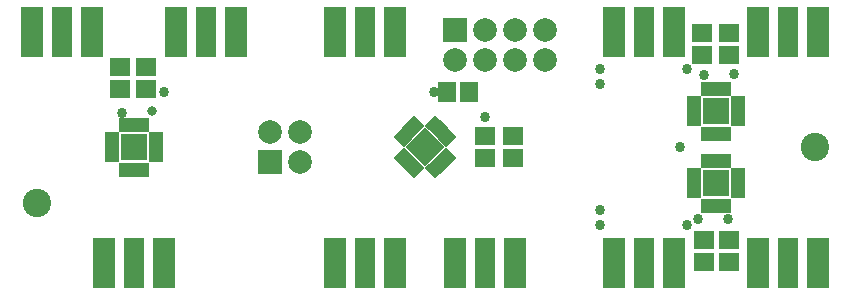
<source format=gts>
G04*
G04 #@! TF.GenerationSoftware,Altium Limited,Altium Designer,24.4.1 (13)*
G04*
G04 Layer_Color=8388736*
%FSLAX25Y25*%
%MOIN*%
G70*
G04*
G04 #@! TF.SameCoordinates,9EAFE7E4-189C-44CB-946A-5F511CB8720B*
G04*
G04*
G04 #@! TF.FilePolarity,Negative*
G04*
G01*
G75*
%ADD12R,0.09068X0.09068*%
%ADD13R,0.01981X0.04737*%
%ADD14R,0.04737X0.01981*%
%ADD15P,0.12824X4X90.0*%
G04:AMPARAMS|DCode=16|XSize=47.37mil|YSize=19.81mil|CornerRadius=0mil|HoleSize=0mil|Usage=FLASHONLY|Rotation=45.000|XOffset=0mil|YOffset=0mil|HoleType=Round|Shape=Rectangle|*
%AMROTATEDRECTD16*
4,1,4,-0.00974,-0.02375,-0.02375,-0.00974,0.00974,0.02375,0.02375,0.00974,-0.00974,-0.02375,0.0*
%
%ADD16ROTATEDRECTD16*%

G04:AMPARAMS|DCode=17|XSize=47.37mil|YSize=19.81mil|CornerRadius=0mil|HoleSize=0mil|Usage=FLASHONLY|Rotation=315.000|XOffset=0mil|YOffset=0mil|HoleType=Round|Shape=Rectangle|*
%AMROTATEDRECTD17*
4,1,4,-0.02375,0.00974,-0.00974,0.02375,0.02375,-0.00974,0.00974,-0.02375,-0.02375,0.00974,0.0*
%
%ADD17ROTATEDRECTD17*%

%ADD18R,0.06800X0.16800*%
%ADD19R,0.07800X0.16800*%
%ADD20R,0.06706X0.05918*%
%ADD21R,0.05918X0.06706*%
%ADD22C,0.09461*%
%ADD23C,0.07887*%
%ADD24R,0.07887X0.07887*%
%ADD25R,0.07887X0.07887*%
%ADD26C,0.03200*%
%ADD27C,0.03400*%
D12*
X49795Y48213D02*
D03*
X243795Y36213D02*
D03*
Y60213D02*
D03*
D13*
X45858Y55693D02*
D03*
X47827D02*
D03*
X49795D02*
D03*
X51764D02*
D03*
X53732D02*
D03*
Y40732D02*
D03*
X51764D02*
D03*
X49795D02*
D03*
X47827D02*
D03*
X45858D02*
D03*
X247732Y28732D02*
D03*
X245764D02*
D03*
X243795D02*
D03*
X241827D02*
D03*
X239858D02*
D03*
Y43693D02*
D03*
X241827D02*
D03*
X243795D02*
D03*
X245764D02*
D03*
X247732D02*
D03*
X239858Y67693D02*
D03*
X241827D02*
D03*
X243795D02*
D03*
X245764D02*
D03*
X247732D02*
D03*
Y52732D02*
D03*
X245764D02*
D03*
X243795D02*
D03*
X241827D02*
D03*
X239858D02*
D03*
D14*
X57276Y52150D02*
D03*
Y50181D02*
D03*
Y48213D02*
D03*
Y46244D02*
D03*
Y44276D02*
D03*
X42315D02*
D03*
Y46244D02*
D03*
Y48213D02*
D03*
Y50181D02*
D03*
Y52150D02*
D03*
X236315Y32276D02*
D03*
Y34244D02*
D03*
Y36213D02*
D03*
Y38181D02*
D03*
Y40150D02*
D03*
X251276D02*
D03*
Y38181D02*
D03*
Y36213D02*
D03*
Y34244D02*
D03*
Y32276D02*
D03*
Y64150D02*
D03*
Y62181D02*
D03*
Y60213D02*
D03*
Y58244D02*
D03*
Y56276D02*
D03*
X236315D02*
D03*
Y58244D02*
D03*
Y60213D02*
D03*
Y62181D02*
D03*
Y64150D02*
D03*
D15*
X146795Y48213D02*
D03*
D16*
X149301Y56286D02*
D03*
X150693Y54894D02*
D03*
X152085Y53502D02*
D03*
X153477Y52110D02*
D03*
X154868Y50718D02*
D03*
X144290Y40139D02*
D03*
X142898Y41531D02*
D03*
X141506Y42923D02*
D03*
X140114Y44315D02*
D03*
X138722Y45707D02*
D03*
D17*
X154868D02*
D03*
X153477Y44315D02*
D03*
X152085Y42923D02*
D03*
X150693Y41531D02*
D03*
X149301Y40139D02*
D03*
X138722Y50718D02*
D03*
X140114Y52110D02*
D03*
X141506Y53502D02*
D03*
X142898Y54894D02*
D03*
X144290Y56286D02*
D03*
D18*
X267795Y86713D02*
D03*
X73795D02*
D03*
X25795D02*
D03*
X126795D02*
D03*
X219795D02*
D03*
X49795Y9713D02*
D03*
X126795D02*
D03*
X166795D02*
D03*
X267795D02*
D03*
X219795D02*
D03*
D19*
X257795Y86713D02*
D03*
X277795D02*
D03*
X63795D02*
D03*
X83795D02*
D03*
X15795D02*
D03*
X35795D02*
D03*
X136795D02*
D03*
X116795D02*
D03*
X209795D02*
D03*
X229795D02*
D03*
X39795Y9713D02*
D03*
X59795D02*
D03*
X136795D02*
D03*
X116795D02*
D03*
X176795D02*
D03*
X156795D02*
D03*
X257795D02*
D03*
X277795D02*
D03*
X209795D02*
D03*
X229795D02*
D03*
D20*
X53795Y74953D02*
D03*
Y67472D02*
D03*
X45295Y74953D02*
D03*
Y67472D02*
D03*
X176295Y44472D02*
D03*
Y51953D02*
D03*
X166795Y44472D02*
D03*
Y51953D02*
D03*
X248295Y9972D02*
D03*
Y17453D02*
D03*
X239795Y9972D02*
D03*
Y17453D02*
D03*
X239295Y86453D02*
D03*
Y78972D02*
D03*
X248295Y86453D02*
D03*
Y78972D02*
D03*
D21*
X161535Y66713D02*
D03*
X154055D02*
D03*
D22*
X17347Y29615D02*
D03*
X276795Y48213D02*
D03*
D23*
X156795Y77213D02*
D03*
X166795D02*
D03*
X176795D02*
D03*
X186795D02*
D03*
X166795Y87213D02*
D03*
X176795D02*
D03*
X186795D02*
D03*
X95295Y53213D02*
D03*
X105295D02*
D03*
Y43213D02*
D03*
D24*
X156795Y87213D02*
D03*
D25*
X95295Y43213D02*
D03*
D26*
X55795Y60212D02*
D03*
D27*
X59795Y66713D02*
D03*
X205295Y69213D02*
D03*
X231795Y48213D02*
D03*
X149674Y66713D02*
D03*
X45795Y59713D02*
D03*
X166795Y58213D02*
D03*
X205295Y22213D02*
D03*
Y27213D02*
D03*
X234295Y22213D02*
D03*
X205295Y74213D02*
D03*
X234295D02*
D03*
X237795Y24213D02*
D03*
X239795Y72213D02*
D03*
X249795Y72713D02*
D03*
X247795Y24213D02*
D03*
M02*

</source>
